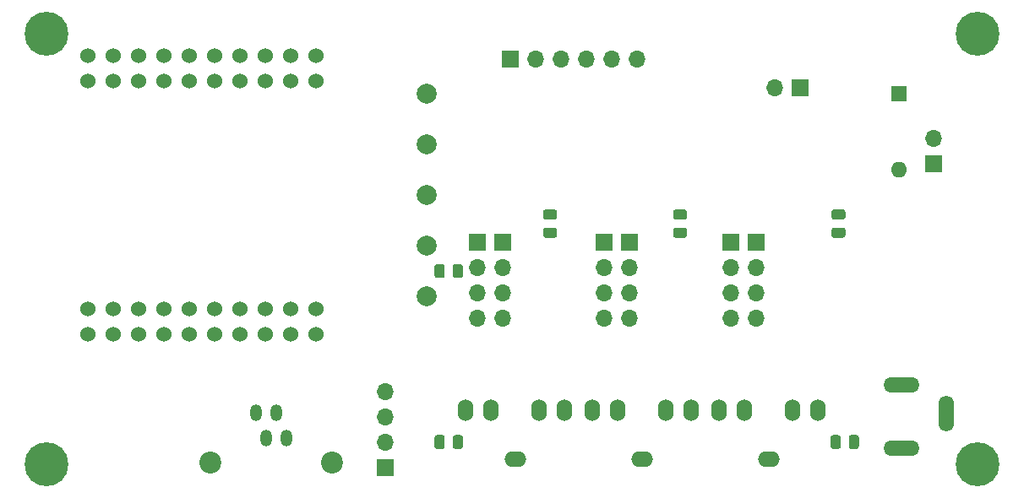
<source format=gbr>
%TF.GenerationSoftware,KiCad,Pcbnew,(5.1.10)-1*%
%TF.CreationDate,2021-09-25T08:27:26+01:00*%
%TF.ProjectId,EnergyMonitor,456e6572-6779-44d6-9f6e-69746f722e6b,v1.0*%
%TF.SameCoordinates,Original*%
%TF.FileFunction,Soldermask,Bot*%
%TF.FilePolarity,Negative*%
%FSLAX46Y46*%
G04 Gerber Fmt 4.6, Leading zero omitted, Abs format (unit mm)*
G04 Created by KiCad (PCBNEW (5.1.10)-1) date 2021-09-25 08:27:26*
%MOMM*%
%LPD*%
G01*
G04 APERTURE LIST*
%ADD10C,1.524000*%
%ADD11O,1.700000X1.700000*%
%ADD12R,1.700000X1.700000*%
%ADD13C,2.000000*%
%ADD14C,4.400000*%
%ADD15C,0.700000*%
%ADD16O,1.524000X2.200000*%
%ADD17O,2.200000X1.524000*%
%ADD18O,1.524000X3.600000*%
%ADD19O,3.600000X1.524000*%
%ADD20O,1.600000X1.600000*%
%ADD21R,1.600000X1.600000*%
%ADD22O,1.200000X1.700000*%
%ADD23C,2.200000*%
G04 APERTURE END LIST*
D10*
%TO.C,U1*%
X57467500Y-108902500D03*
X60007500Y-108902500D03*
X62547500Y-108902500D03*
X65087500Y-108902500D03*
X67627500Y-108902500D03*
X70167500Y-108902500D03*
X72707500Y-108902500D03*
X75247500Y-108902500D03*
X77787500Y-108902500D03*
X80327500Y-108902500D03*
X57467500Y-106362500D03*
X60007500Y-106362500D03*
X62547500Y-106362500D03*
X65087500Y-106362500D03*
X67627500Y-106362500D03*
X70167500Y-106362500D03*
X72707500Y-106362500D03*
X75247500Y-106362500D03*
X77787500Y-106362500D03*
X80327500Y-106362500D03*
X57467500Y-80962500D03*
X60007500Y-80962500D03*
X62547500Y-80962500D03*
X65087500Y-80962500D03*
X67627500Y-80962500D03*
X70167500Y-80962500D03*
X72707500Y-80962500D03*
X75247500Y-80962500D03*
X77787500Y-80962500D03*
X80327500Y-80962500D03*
X57467500Y-83502500D03*
X60007500Y-83502500D03*
X62547500Y-83502500D03*
X65087500Y-83502500D03*
X67627500Y-83502500D03*
X70167500Y-83502500D03*
X72707500Y-83502500D03*
X75247500Y-83502500D03*
X77787500Y-83502500D03*
X80327500Y-83502500D03*
%TD*%
D11*
%TO.C,J17*%
X112522000Y-81280000D03*
X109982000Y-81280000D03*
X107442000Y-81280000D03*
X104902000Y-81280000D03*
X102362000Y-81280000D03*
D12*
X99822000Y-81280000D03*
%TD*%
%TO.C,R34*%
G36*
G01*
X94062500Y-120147502D02*
X94062500Y-119247498D01*
G75*
G02*
X94312498Y-118997500I249998J0D01*
G01*
X94837502Y-118997500D01*
G75*
G02*
X95087500Y-119247498I0J-249998D01*
G01*
X95087500Y-120147502D01*
G75*
G02*
X94837502Y-120397500I-249998J0D01*
G01*
X94312498Y-120397500D01*
G75*
G02*
X94062500Y-120147502I0J249998D01*
G01*
G37*
G36*
G01*
X92237500Y-120147502D02*
X92237500Y-119247498D01*
G75*
G02*
X92487498Y-118997500I249998J0D01*
G01*
X93012502Y-118997500D01*
G75*
G02*
X93262500Y-119247498I0J-249998D01*
G01*
X93262500Y-120147502D01*
G75*
G02*
X93012502Y-120397500I-249998J0D01*
G01*
X92487498Y-120397500D01*
G75*
G02*
X92237500Y-120147502I0J249998D01*
G01*
G37*
%TD*%
%TO.C,R33*%
G36*
G01*
X132950000Y-119247498D02*
X132950000Y-120147502D01*
G75*
G02*
X132700002Y-120397500I-249998J0D01*
G01*
X132174998Y-120397500D01*
G75*
G02*
X131925000Y-120147502I0J249998D01*
G01*
X131925000Y-119247498D01*
G75*
G02*
X132174998Y-118997500I249998J0D01*
G01*
X132700002Y-118997500D01*
G75*
G02*
X132950000Y-119247498I0J-249998D01*
G01*
G37*
G36*
G01*
X134775000Y-119247498D02*
X134775000Y-120147502D01*
G75*
G02*
X134525002Y-120397500I-249998J0D01*
G01*
X133999998Y-120397500D01*
G75*
G02*
X133750000Y-120147502I0J249998D01*
G01*
X133750000Y-119247498D01*
G75*
G02*
X133999998Y-118997500I249998J0D01*
G01*
X134525002Y-118997500D01*
G75*
G02*
X134775000Y-119247498I0J-249998D01*
G01*
G37*
%TD*%
%TO.C,R32*%
G36*
G01*
X94062500Y-103002502D02*
X94062500Y-102102498D01*
G75*
G02*
X94312498Y-101852500I249998J0D01*
G01*
X94837502Y-101852500D01*
G75*
G02*
X95087500Y-102102498I0J-249998D01*
G01*
X95087500Y-103002502D01*
G75*
G02*
X94837502Y-103252500I-249998J0D01*
G01*
X94312498Y-103252500D01*
G75*
G02*
X94062500Y-103002502I0J249998D01*
G01*
G37*
G36*
G01*
X92237500Y-103002502D02*
X92237500Y-102102498D01*
G75*
G02*
X92487498Y-101852500I249998J0D01*
G01*
X93012502Y-101852500D01*
G75*
G02*
X93262500Y-102102498I0J-249998D01*
G01*
X93262500Y-103002502D01*
G75*
G02*
X93012502Y-103252500I-249998J0D01*
G01*
X92487498Y-103252500D01*
G75*
G02*
X92237500Y-103002502I0J249998D01*
G01*
G37*
%TD*%
%TO.C,R31*%
G36*
G01*
X103372498Y-98190000D02*
X104272502Y-98190000D01*
G75*
G02*
X104522500Y-98439998I0J-249998D01*
G01*
X104522500Y-98965002D01*
G75*
G02*
X104272502Y-99215000I-249998J0D01*
G01*
X103372498Y-99215000D01*
G75*
G02*
X103122500Y-98965002I0J249998D01*
G01*
X103122500Y-98439998D01*
G75*
G02*
X103372498Y-98190000I249998J0D01*
G01*
G37*
G36*
G01*
X103372498Y-96365000D02*
X104272502Y-96365000D01*
G75*
G02*
X104522500Y-96614998I0J-249998D01*
G01*
X104522500Y-97140002D01*
G75*
G02*
X104272502Y-97390000I-249998J0D01*
G01*
X103372498Y-97390000D01*
G75*
G02*
X103122500Y-97140002I0J249998D01*
G01*
X103122500Y-96614998D01*
G75*
G02*
X103372498Y-96365000I249998J0D01*
G01*
G37*
%TD*%
%TO.C,R30*%
G36*
G01*
X116389998Y-98190000D02*
X117290002Y-98190000D01*
G75*
G02*
X117540000Y-98439998I0J-249998D01*
G01*
X117540000Y-98965002D01*
G75*
G02*
X117290002Y-99215000I-249998J0D01*
G01*
X116389998Y-99215000D01*
G75*
G02*
X116140000Y-98965002I0J249998D01*
G01*
X116140000Y-98439998D01*
G75*
G02*
X116389998Y-98190000I249998J0D01*
G01*
G37*
G36*
G01*
X116389998Y-96365000D02*
X117290002Y-96365000D01*
G75*
G02*
X117540000Y-96614998I0J-249998D01*
G01*
X117540000Y-97140002D01*
G75*
G02*
X117290002Y-97390000I-249998J0D01*
G01*
X116389998Y-97390000D01*
G75*
G02*
X116140000Y-97140002I0J249998D01*
G01*
X116140000Y-96614998D01*
G75*
G02*
X116389998Y-96365000I249998J0D01*
G01*
G37*
%TD*%
%TO.C,R15*%
G36*
G01*
X132264998Y-98190000D02*
X133165002Y-98190000D01*
G75*
G02*
X133415000Y-98439998I0J-249998D01*
G01*
X133415000Y-98965002D01*
G75*
G02*
X133165002Y-99215000I-249998J0D01*
G01*
X132264998Y-99215000D01*
G75*
G02*
X132015000Y-98965002I0J249998D01*
G01*
X132015000Y-98439998D01*
G75*
G02*
X132264998Y-98190000I249998J0D01*
G01*
G37*
G36*
G01*
X132264998Y-96365000D02*
X133165002Y-96365000D01*
G75*
G02*
X133415000Y-96614998I0J-249998D01*
G01*
X133415000Y-97140002D01*
G75*
G02*
X133165002Y-97390000I-249998J0D01*
G01*
X132264998Y-97390000D01*
G75*
G02*
X132015000Y-97140002I0J249998D01*
G01*
X132015000Y-96614998D01*
G75*
G02*
X132264998Y-96365000I249998J0D01*
G01*
G37*
%TD*%
D13*
%TO.C,TP5*%
X91440000Y-105092500D03*
%TD*%
%TO.C,TP4*%
X91440000Y-84772500D03*
%TD*%
%TO.C,TP3*%
X91440000Y-89852500D03*
%TD*%
%TO.C,TP2*%
X91440000Y-94932500D03*
%TD*%
%TO.C,TP1*%
X91440000Y-100012500D03*
%TD*%
D11*
%TO.C,J11*%
X142240000Y-89217500D03*
D12*
X142240000Y-91757500D03*
%TD*%
D14*
%TO.C,H4*%
X146685000Y-121920000D03*
D15*
X148335000Y-121920000D03*
X147851726Y-123086726D03*
X146685000Y-123570000D03*
X145518274Y-123086726D03*
X145035000Y-121920000D03*
X145518274Y-120753274D03*
X146685000Y-120270000D03*
X147851726Y-120753274D03*
%TD*%
D14*
%TO.C,H3*%
X53340000Y-121920000D03*
D15*
X54990000Y-121920000D03*
X54506726Y-123086726D03*
X53340000Y-123570000D03*
X52173274Y-123086726D03*
X51690000Y-121920000D03*
X52173274Y-120753274D03*
X53340000Y-120270000D03*
X54506726Y-120753274D03*
%TD*%
D14*
%TO.C,H2*%
X53340000Y-78740000D03*
D15*
X54990000Y-78740000D03*
X54506726Y-79906726D03*
X53340000Y-80390000D03*
X52173274Y-79906726D03*
X51690000Y-78740000D03*
X52173274Y-77573274D03*
X53340000Y-77090000D03*
X54506726Y-77573274D03*
%TD*%
D14*
%TO.C,H1*%
X146685000Y-78740000D03*
D15*
X148335000Y-78740000D03*
X147851726Y-79906726D03*
X146685000Y-80390000D03*
X145518274Y-79906726D03*
X145035000Y-78740000D03*
X145518274Y-77573274D03*
X146685000Y-77090000D03*
X147851726Y-77573274D03*
%TD*%
D16*
%TO.C,J10*%
X128143000Y-116522500D03*
D17*
X125730000Y-121412000D03*
D16*
X130683000Y-116522500D03*
X123317000Y-116522500D03*
X120777000Y-116522500D03*
%TD*%
%TO.C,J8*%
X115443000Y-116522500D03*
D17*
X113030000Y-121412000D03*
D16*
X117983000Y-116522500D03*
X110617000Y-116522500D03*
X108077000Y-116522500D03*
%TD*%
%TO.C,J9*%
X102743000Y-116522500D03*
D17*
X100330000Y-121412000D03*
D16*
X105283000Y-116522500D03*
X97917000Y-116522500D03*
X95377000Y-116522500D03*
%TD*%
D18*
%TO.C,J13*%
X143510000Y-116840000D03*
D19*
X139065000Y-120332500D03*
X139065000Y-113982500D03*
%TD*%
D20*
%TO.C,D1*%
X138747500Y-92392500D03*
D21*
X138747500Y-84772500D03*
%TD*%
D11*
%TO.C,J6*%
X124460000Y-107315000D03*
X124460000Y-104775000D03*
X124460000Y-102235000D03*
D12*
X124460000Y-99695000D03*
%TD*%
D11*
%TO.C,J5*%
X111760000Y-107315000D03*
X111760000Y-104775000D03*
X111760000Y-102235000D03*
D12*
X111760000Y-99695000D03*
%TD*%
D11*
%TO.C,J3*%
X121920000Y-107315000D03*
X121920000Y-104775000D03*
X121920000Y-102235000D03*
D12*
X121920000Y-99695000D03*
%TD*%
D11*
%TO.C,J2*%
X109220000Y-107315000D03*
X109220000Y-104775000D03*
X109220000Y-102235000D03*
D12*
X109220000Y-99695000D03*
%TD*%
D11*
%TO.C,J4*%
X99060000Y-107315000D03*
X99060000Y-104775000D03*
X99060000Y-102235000D03*
D12*
X99060000Y-99695000D03*
%TD*%
D11*
%TO.C,J1*%
X96520000Y-107315000D03*
X96520000Y-104775000D03*
X96520000Y-102235000D03*
D12*
X96520000Y-99695000D03*
%TD*%
D22*
%TO.C,J16*%
X74382500Y-116785000D03*
X75382500Y-119285000D03*
X76382500Y-116785000D03*
X77382500Y-119285000D03*
D23*
X69782500Y-121785000D03*
X81982500Y-121785000D03*
%TD*%
D11*
%TO.C,J15*%
X87312500Y-114617500D03*
X87312500Y-117157500D03*
X87312500Y-119697500D03*
D12*
X87312500Y-122237500D03*
%TD*%
D11*
%TO.C,J7*%
X126365000Y-84137500D03*
D12*
X128905000Y-84137500D03*
%TD*%
M02*

</source>
